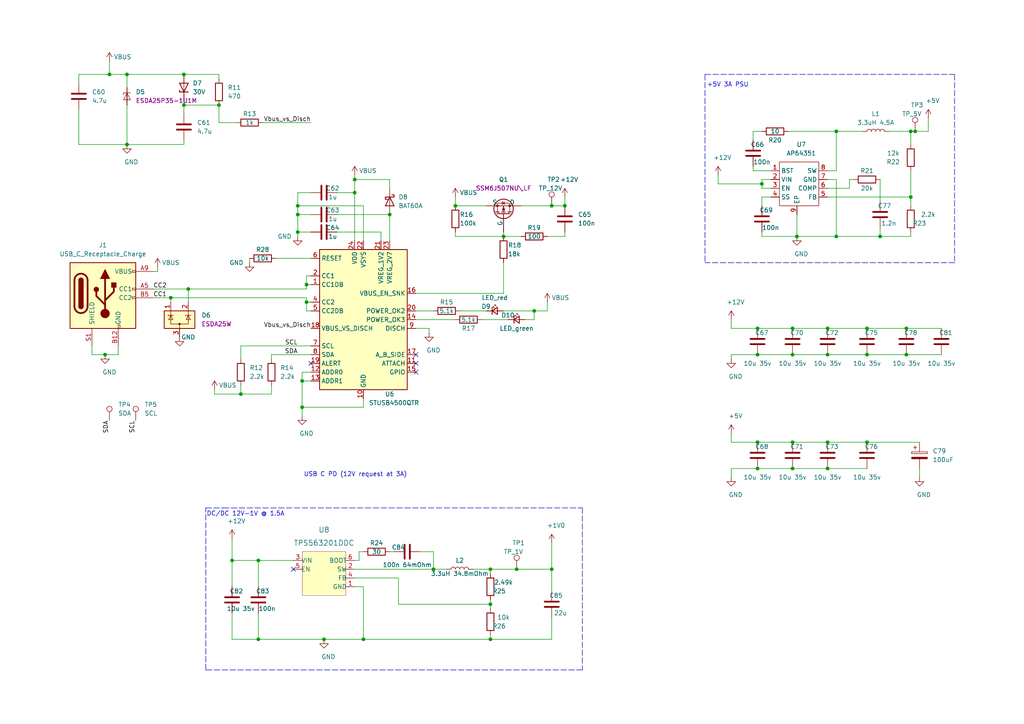
<source format=kicad_sch>
(kicad_sch (version 20211123) (generator eeschema)
  (paper "A4")
  (lib_symbols
    (symbol "CM4_NAS:AP64351"
      (property "Reference" "U" (at 0 8.89 0))
      (property "Value" "AP64351" (at 1.27 6.35 0))
      (symbol "AP64351_1_1"
        (pin passive line (at -7.62 2.54 0) (length 2.54) (name "BST") (number "1"))
        (pin power_in line (at -7.62 0 0) (length 2.54) (name "VIN") (number "2"))
        (pin input line (at -7.62 -2.54 0) (length 2.54) (name "EN") (number "3"))
        (pin input line (at -7.62 -5.08 0) (length 2.54) (name "SS") (number "4"))
        (pin input line (at 8.89 -5.08 180) (length 2.54) (name "FB") (number "5"))
        (pin input line (at 8.89 -2.54 180) (length 2.54) (name "COMP") (number "6"))
        (pin power_in line (at 8.89 0 180) (length 2.54) (name "GND") (number "7"))
        (pin output line (at 8.89 2.54 180) (length 2.54) (name "SW") (number "8"))
        (pin passive line (at 0 -10.16 90) (length 2.54) (name "EP") (number "9"))
      )
    )
    (symbol "CM4_NAS:ESDA25P35" (pin_numbers hide) (pin_names hide)
      (property "Reference" "D" (at 0 2.54 0))
      (property "MPN" "ESDA25P35" (at 0 -2.54 0))
      (symbol "ESDA25P35_1_1"
        (pin passive line (at -2.54 0 0) (length 2.54) (name "K1") (number "1"))
        (pin passive line (at 2.54 0 180) (length 2.54) (name "A") (number "2"))
      )
    )
    (symbol "CM4_NAS:ESDA25W" (pin_names hide)
      (property "Reference" "D" (at 5.715 2.54 0))
      (property "MPN" "ESDA25W" (at 10.16 0 0))
      (symbol "ESDA25W_0_0"
        (pin passive line (at 0 -5.08 90) (length 2.54) (name "A") (number "3"))
      )
      (symbol "ESDA25W_1_1"
        (pin passive line (at -2.54 5.08 270) (length 2.54) (name "K") (number "1"))
        (pin passive line (at 2.54 5.08 270) (length 2.54) (name "K") (number "2"))
      )
    )
    (symbol "CM4_NAS:SSM6J507NU" (pin_numbers hide) (pin_names (offset 0))
      (property "Reference" "Q" (at 5.08 1.27 0))
      (property "MPN" "SSM6J507NU" (at 11.43 -1.27 0))
      (symbol "SSM6J507NU_0_0"
        (pin passive line (at 2.54 5.08 270) (length 5.08) hide (name "D") (number "1"))
        (pin passive line (at 2.54 5.08 270) (length 5.08) hide (name "D") (number "2"))
        (pin passive line (at 2.54 5.08 270) (length 5.08) hide (name "D") (number "6"))
        (pin passive line (at 2.54 5.08 270) (length 5.08) (name "D") (number "D"))
        (pin passive line (at 2.54 -5.08 90) (length 5.08) (name "S") (number "S"))
      )
      (symbol "SSM6J507NU_1_1"
        (pin input line (at -5.08 0 0) (length 5.08) (name "G") (number "3"))
        (pin passive line (at 2.54 -5.08 90) (length 2.54) hide (name "S") (number "4"))
        (pin passive line (at 2.54 5.08 270) (length 2.54) hide (name "D") (number "5"))
      )
    )
    (symbol "CM4_NAS:TPS563201DDC" (pin_names (offset -0.254))
      (property "Reference" "U" (at -1.27 10.16 0))
      (property "Value" "TPS563201DDC" (at 0 7.62 0))
      (symbol "TPS563201DDC_1_1"
        (pin power_in line (at 8.89 -3.81 180) (length 2.54) (name "GND") (number "1"))
        (pin power_in line (at 8.89 1.27 180) (length 2.54) (name "SW") (number "2"))
        (pin power_in line (at -8.89 3.81 0) (length 2.54) (name "VIN") (number "3"))
        (pin input line (at 8.89 -1.27 180) (length 2.54) (name "FB") (number "4"))
        (pin input line (at -8.89 1.27 0) (length 2.54) (name "EN") (number "5"))
        (pin power_in line (at 8.89 3.81 180) (length 2.54) (name "BOOT") (number "6"))
      )
    )
    (symbol "CM4_NAS:USB_C_Receptacle_Charge" (pin_names (offset 1.016))
      (property "Reference" "J?" (at -0.3175 13.97 0))
      (property "Value" "USB_C_Receptacle_Charge" (at -0.3175 11.43 0))
      (symbol "USB_C_Receptacle_Charge_1_1"
        (pin passive line (at 3.81 -15.24 90) (length 5.08) hide (name "GND") (number "A12"))
        (pin bidirectional line (at 13.97 1.27 180) (length 5.08) (name "CC1") (number "A5"))
        (pin passive line (at 13.97 6.35 180) (length 5.08) (name "VBUS") (number "A9"))
        (pin passive line (at 3.81 -15.24 90) (length 5.08) (name "GND") (number "B12"))
        (pin bidirectional line (at 13.97 -1.27 180) (length 5.08) (name "CC2") (number "B5"))
        (pin passive line (at 13.97 6.35 180) (length 5.08) hide (name "VBUS") (number "B9"))
        (pin passive line (at -3.81 -15.24 90) (length 5.08) (name "SHIELD") (number "S1"))
        (pin passive line (at -3.81 -15.24 90) (length 5.08) hide (name "SHIELD") (number "S2"))
        (pin passive line (at -3.81 -15.24 90) (length 5.08) hide (name "SHIELD") (number "S3"))
        (pin passive line (at -3.81 -15.24 90) (length 5.08) hide (name "SHIELD") (number "S4"))
      )
    )
    (symbol "Connector:TestPoint" (pin_numbers hide) (pin_names (offset 0.762) hide)
      (property "Reference" "TP" (at 0 6.858 0))
      (property "Value" "TestPoint" (at 0 5.08 0))
      (symbol "TestPoint_1_1"
        (pin passive line (at 0 0 90) (length 2.54) (name "1") (number "1"))
      )
    )
    (symbol "Device:C" (pin_numbers hide) (pin_names (offset 0.254))
      (property "Reference" "C" (at 0.635 2.54 0))
      (property "Value" "C" (at 0.635 -2.54 0))
      (symbol "C_1_1"
        (pin passive line (at 0 3.81 270) (length 2.794) (name "~") (number "1"))
        (pin passive line (at 0 -3.81 90) (length 2.794) (name "~") (number "2"))
      )
    )
    (symbol "Device:C_Polarized" (pin_numbers hide) (pin_names (offset 0.254))
      (property "Reference" "C" (at 0.635 2.54 0))
      (property "Value" "C_Polarized" (at 0.635 -2.54 0))
      (symbol "C_Polarized_1_1"
        (pin passive line (at 0 3.81 270) (length 2.794) (name "~") (number "1"))
        (pin passive line (at 0 -3.81 90) (length 2.794) (name "~") (number "2"))
      )
    )
    (symbol "Device:D_Zener" (pin_numbers hide) (pin_names (offset 1.016) hide)
      (property "Reference" "D" (at 0 2.54 0))
      (property "Value" "D_Zener" (at 0 -2.54 0))
      (symbol "D_Zener_1_1"
        (pin passive line (at -3.81 0 0) (length 2.54) (name "K") (number "1"))
        (pin passive line (at 3.81 0 180) (length 2.54) (name "A") (number "2"))
      )
    )
    (symbol "Device:L" (pin_numbers hide) (pin_names (offset 1.016) hide)
      (property "Reference" "L" (at -1.27 0 90))
      (property "Value" "L" (at 1.905 0 90))
      (symbol "L_1_1"
        (pin passive line (at 0 3.81 270) (length 1.27) (name "1") (number "1"))
        (pin passive line (at 0 -3.81 90) (length 1.27) (name "2") (number "2"))
      )
    )
    (symbol "Device:LED_Small" (pin_numbers hide) (pin_names (offset 0.254) hide)
      (property "Reference" "D" (at -1.27 3.175 0))
      (property "Value" "LED_Small" (at -4.445 -2.54 0))
      (symbol "LED_Small_1_1"
        (pin passive line (at -2.54 0 0) (length 1.778) (name "K") (number "1"))
        (pin passive line (at 2.54 0 180) (length 1.778) (name "A") (number "2"))
      )
    )
    (symbol "Device:R" (pin_numbers hide) (pin_names (offset 0))
      (property "Reference" "R" (at 2.032 0 90))
      (property "Value" "R" (at 0 0 90))
      (symbol "R_1_1"
        (pin passive line (at 0 3.81 270) (length 1.27) (name "~") (number "1"))
        (pin passive line (at 0 -3.81 90) (length 1.27) (name "~") (number "2"))
      )
    )
    (symbol "Diode:BAT60A" (pin_numbers hide) (pin_names (offset 1.016) hide)
      (property "Reference" "D" (at 0 2.54 0))
      (property "Value" "BAT60A" (at 0 -2.54 0))
      (symbol "BAT60A_1_1"
        (pin passive line (at -3.81 0 0) (length 2.54) (name "K") (number "1"))
        (pin passive line (at 3.81 0 180) (length 2.54) (name "A") (number "2"))
      )
    )
    (symbol "Interface_USB:STUSB4500QTR"
      (property "Reference" "U" (at -12.7 21.59 0))
      (property "Value" "STUSB4500QTR" (at 8.89 -21.59 0))
      (symbol "STUSB4500QTR_1_1"
        (pin bidirectional line (at -15.24 10.16 0) (length 2.54) (name "CC1DB") (number "1"))
        (pin power_in line (at 0 -22.86 90) (length 2.54) (name "GND") (number "10"))
        (pin open_collector line (at 15.24 -12.7 180) (length 2.54) (name "ATTACH") (number "11"))
        (pin input line (at -15.24 -15.24 0) (length 2.54) (name "ADDR0") (number "12"))
        (pin input line (at -15.24 -17.78 0) (length 2.54) (name "ADDR1") (number "13"))
        (pin open_collector line (at 15.24 0 180) (length 2.54) (name "POWER_OK3") (number "14"))
        (pin open_collector line (at 15.24 -15.24 180) (length 2.54) (name "GPIO") (number "15"))
        (pin open_collector line (at 15.24 7.62 180) (length 2.54) (name "VBUS_EN_SNK") (number "16"))
        (pin open_collector line (at 15.24 -10.16 180) (length 2.54) (name "A_B_SIDE") (number "17"))
        (pin input line (at -15.24 -2.54 0) (length 2.54) (name "VBUS_VS_DISCH") (number "18"))
        (pin open_collector line (at -15.24 -12.7 0) (length 2.54) (name "ALERT") (number "19"))
        (pin bidirectional line (at -15.24 12.7 0) (length 2.54) (name "CC1") (number "2"))
        (pin open_collector line (at 15.24 2.54 180) (length 2.54) (name "POWER_OK2") (number "20"))
        (pin power_out line (at 5.08 22.86 270) (length 2.54) (name "VREG_1V2") (number "21"))
        (pin power_in line (at 0 22.86 270) (length 2.54) (name "VSYS") (number "22"))
        (pin power_out line (at 7.62 22.86 270) (length 2.54) (name "VREG_2V7") (number "23"))
        (pin power_in line (at -2.54 22.86 270) (length 2.54) (name "VDD") (number "24"))
        (pin passive line (at 0 -22.86 90) (length 2.54) hide (name "GND") (number "25"))
        (pin no_connect line (at -12.7 15.24 0) (length 2.54) hide (name "NC") (number "3"))
        (pin bidirectional line (at -15.24 5.08 0) (length 2.54) (name "CC2") (number "4"))
        (pin bidirectional line (at -15.24 2.54 0) (length 2.54) (name "CC2DB") (number "5"))
        (pin input line (at -15.24 17.78 0) (length 2.54) (name "RESET") (number "6"))
        (pin input line (at -15.24 -7.62 0) (length 2.54) (name "SCL") (number "7"))
        (pin bidirectional line (at -15.24 -10.16 0) (length 2.54) (name "SDA") (number "8"))
        (pin bidirectional line (at 15.24 -2.54 180) (length 2.54) (name "DISCH") (number "9"))
      )
    )
    (symbol "power:+12V" (power) (pin_names (offset 0))
      (property "Value" "+12V" (at 0 3.556 0))
      (symbol "+12V_1_1"
        (pin power_in line (at 0 0 90) (length 0) hide (name "+12V") (number "1"))
      )
    )
    (symbol "power:+1V0" (power) (pin_names (offset 0))
      (property "Value" "+1V0" (at 0 3.556 0))
      (symbol "+1V0_1_1"
        (pin power_in line (at 0 0 90) (length 0) hide (name "+1V0") (number "1"))
      )
    )
    (symbol "power:+5V" (power) (pin_names (offset 0))
      (property "Value" "+5V" (at 0 3.556 0))
      (symbol "+5V_1_1"
        (pin power_in line (at 0 0 90) (length 0) hide (name "+5V") (number "1"))
      )
    )
    (symbol "power:GND" (power) (pin_names (offset 0))
      (property "Value" "GND" (at 0 -3.81 0))
      (symbol "GND_1_1"
        (pin power_in line (at 0 0 270) (length 0) hide (name "GND") (number "1"))
      )
    )
    (symbol "power:VBUS" (power) (pin_names (offset 0))
      (property "Value" "VBUS" (at 0 3.81 0))
      (symbol "VBUS_1_1"
        (pin power_in line (at 0 0 90) (length 0) hide (name "VBUS") (number "1"))
      )
    )
  )
  (junction (at 242.57 38.1) (diameter 0.9144))
  (junction (at 142.24 175.26) (diameter 0.9144))
  (junction (at 69.85 114.3) (diameter 0.9144))
  (junction (at 88.9 82.55) (diameter 0.9144))
  (junction (at 102.87 55.88) (diameter 0.9144))
  (junction (at 142.24 165.1) (diameter 0.9144))
  (junction (at 105.41 185.42) (diameter 0.9144))
  (junction (at 264.16 57.15) (diameter 0.9144))
  (junction (at 146.05 68.58) (diameter 0.9144))
  (junction (at 125.73 165.1) (diameter 0.9144))
  (junction (at 219.71 95.25) (diameter 0.9144))
  (junction (at 86.36 62.23) (diameter 0.9144))
  (junction (at 74.93 162.56) (diameter 0.9144))
  (junction (at 86.36 67.31) (diameter 0.9144))
  (junction (at 142.24 185.42) (diameter 0.9144))
  (junction (at 240.03 95.25) (diameter 0.9144))
  (junction (at 30.48 102.87) (diameter 0.9144))
  (junction (at 53.34 21.59) (diameter 0.9144))
  (junction (at 113.03 62.23) (diameter 0.9144))
  (junction (at 31.75 21.59) (diameter 0.9144))
  (junction (at 240.03 135.89) (diameter 0.9144))
  (junction (at 251.46 102.87) (diameter 0.9144))
  (junction (at 229.87 95.25) (diameter 0.9144))
  (junction (at 102.87 52.07) (diameter 0.9144))
  (junction (at 74.93 185.42) (diameter 0.9144))
  (junction (at 251.46 128.27) (diameter 0.9144))
  (junction (at 163.83 59.69) (diameter 0.9144))
  (junction (at 49.53 86.36) (diameter 0.9144))
  (junction (at 154.94 90.17) (diameter 0.9144))
  (junction (at 251.46 95.25) (diameter 0.9144))
  (junction (at 229.87 128.27) (diameter 0.9144))
  (junction (at 86.36 59.69) (diameter 0.9144))
  (junction (at 262.89 95.25) (diameter 0.9144))
  (junction (at 220.98 53.34) (diameter 0.9144))
  (junction (at 87.63 118.11) (diameter 0.9144))
  (junction (at 36.83 41.91) (diameter 0.9144))
  (junction (at 240.03 128.27) (diameter 0.9144))
  (junction (at 264.16 38.1) (diameter 0.9144))
  (junction (at 219.71 135.89) (diameter 0.9144))
  (junction (at 87.63 110.49) (diameter 0.9144))
  (junction (at 219.71 128.27) (diameter 0.9144))
  (junction (at 219.71 102.87) (diameter 0.9144))
  (junction (at 93.98 185.42) (diameter 0.9144))
  (junction (at 255.27 68.58) (diameter 0.9144))
  (junction (at 242.57 68.58) (diameter 0.9144))
  (junction (at 53.34 30.48) (diameter 0.9144))
  (junction (at 160.02 59.69))
  (junction (at 229.87 135.89) (diameter 0.9144))
  (junction (at 149.86 165.1))
  (junction (at 265.43 38.1))
  (junction (at 63.5 30.48) (diameter 0.9144))
  (junction (at 88.9 87.63) (diameter 0.9144))
  (junction (at 240.03 102.87) (diameter 0.9144))
  (junction (at 229.87 102.87) (diameter 0.9144))
  (junction (at 231.14 68.58) (diameter 0.9144))
  (junction (at 132.08 59.69) (diameter 0.9144))
  (junction (at 160.02 165.1) (diameter 0.9144))
  (junction (at 67.31 162.56) (diameter 0.9144))
  (junction (at 36.83 21.59) (diameter 0.9144))
  (junction (at 262.89 102.87) (diameter 0.9144))
  (junction (at 54.61 83.82) (diameter 0.9144))
  (no_connect (at 120.65 102.87))
  (no_connect (at 85.09 165.1))
  (no_connect (at 120.65 105.41))
  (no_connect (at 120.65 107.95))
  (no_connect (at 90.17 105.41))
  (wire (pts (xy 142.24 173.99) (xy 142.24 175.26)))
  (wire (pts (xy 142.24 175.26) (xy 142.24 176.53)))
  (wire (pts (xy 120.65 90.17) (xy 125.73 90.17)))
  (wire (pts (xy 139.7 92.71) (xy 147.32 92.71)))
  (wire (pts (xy 242.57 68.58) (xy 231.14 68.58)))
  (wire (pts (xy 113.03 160.02) (xy 114.3 160.02)))
  (wire (pts (xy 229.87 128.27) (xy 240.03 128.27)))
  (wire (pts (xy 219.71 128.27) (xy 229.87 128.27)))
  (wire (pts (xy 87.63 110.49) (xy 87.63 107.95)))
  (wire (pts (xy 264.16 67.31) (xy 264.16 68.58)))
  (wire (pts (xy 26.67 102.87) (xy 30.48 102.87)))
  (wire (pts (xy 86.36 67.31) (xy 86.36 62.23)))
  (wire (pts (xy 63.5 35.56) (xy 63.5 30.48)))
  (wire (pts (xy 88.9 83.82) (xy 88.9 82.55)))
  (wire (pts (xy 44.45 78.74) (xy 45.72 78.74)))
  (wire (pts (xy 262.89 95.25) (xy 273.05 95.25)))
  (wire (pts (xy 78.74 114.3) (xy 69.85 114.3)))
  (wire (pts (xy 78.74 102.87) (xy 90.17 102.87)))
  (wire (pts (xy 212.09 95.25) (xy 219.71 95.25)))
  (wire (pts (xy 88.9 90.17) (xy 88.9 87.63)))
  (wire (pts (xy 102.87 165.1) (xy 125.73 165.1)))
  (wire (pts (xy 125.73 165.1) (xy 129.54 165.1)))
  (wire (pts (xy 219.71 102.87) (xy 212.09 102.87)))
  (wire (pts (xy 242.57 68.58) (xy 255.27 68.58)))
  (wire (pts (xy 251.46 128.27) (xy 266.7 128.27)))
  (wire (pts (xy 133.35 90.17) (xy 140.97 90.17)))
  (wire (pts (xy 53.34 29.21) (xy 53.34 30.48)))
  (wire (pts (xy 49.53 86.36) (xy 88.9 86.36)))
  (wire (pts (xy 146.05 68.58) (xy 151.13 68.58)))
  (wire (pts (xy 63.5 21.59) (xy 63.5 22.86)))
  (wire (pts (xy 22.86 31.75) (xy 22.86 41.91)))
  (polyline (pts (xy 276.86 76.2) (xy 204.47 76.2)) (stroke (width 0) (type dash)))
  (wire (pts (xy 251.46 95.25) (xy 262.89 95.25)))
  (wire (pts (xy 102.87 55.88) (xy 102.87 69.85)))
  (wire (pts (xy 242.57 38.1) (xy 250.19 38.1)))
  (wire (pts (xy 22.86 24.13) (xy 22.86 21.59)))
  (wire (pts (xy 269.24 34.29) (xy 269.24 38.1)))
  (wire (pts (xy 240.03 135.89) (xy 251.46 135.89)))
  (wire (pts (xy 212.09 125.73) (xy 212.09 128.27)))
  (wire (pts (xy 219.71 135.89) (xy 212.09 135.89)))
  (wire (pts (xy 240.03 102.87) (xy 229.87 102.87)))
  (wire (pts (xy 88.9 86.36) (xy 88.9 87.63)))
  (wire (pts (xy 62.23 114.3) (xy 69.85 114.3)))
  (wire (pts (xy 163.83 68.58) (xy 163.83 67.31)))
  (wire (pts (xy 132.08 67.31) (xy 132.08 68.58)))
  (wire (pts (xy 102.87 52.07) (xy 102.87 55.88)))
  (wire (pts (xy 74.93 162.56) (xy 85.09 162.56)))
  (polyline (pts (xy 204.47 21.59) (xy 276.86 21.59)) (stroke (width 0) (type dash)))
  (wire (pts (xy 102.87 167.64) (xy 115.57 167.64)))
  (wire (pts (xy 115.57 167.64) (xy 115.57 175.26)))
  (wire (pts (xy 115.57 175.26) (xy 142.24 175.26)))
  (wire (pts (xy 110.49 67.31) (xy 97.79 67.31)))
  (wire (pts (xy 120.65 85.09) (xy 146.05 85.09)))
  (wire (pts (xy 36.83 30.48) (xy 36.83 41.91)))
  (wire (pts (xy 121.92 160.02) (xy 125.73 160.02)))
  (wire (pts (xy 125.73 160.02) (xy 125.73 165.1)))
  (wire (pts (xy 218.44 40.64) (xy 218.44 38.1)))
  (wire (pts (xy 255.27 66.04) (xy 255.27 68.58)))
  (wire (pts (xy 240.03 95.25) (xy 251.46 95.25)))
  (polyline (pts (xy 204.47 21.59) (xy 204.47 76.2)) (stroke (width 0) (type dash)))
  (wire (pts (xy 30.48 102.87) (xy 34.29 102.87)))
  (wire (pts (xy 154.94 90.17) (xy 154.94 92.71)))
  (wire (pts (xy 87.63 118.11) (xy 105.41 118.11)))
  (wire (pts (xy 212.09 92.71) (xy 212.09 95.25)))
  (wire (pts (xy 273.05 102.87) (xy 262.89 102.87)))
  (wire (pts (xy 34.29 102.87) (xy 34.29 100.33)))
  (wire (pts (xy 88.9 80.01) (xy 88.9 82.55)))
  (wire (pts (xy 218.44 49.53) (xy 218.44 48.26)))
  (wire (pts (xy 67.31 177.8) (xy 67.31 185.42)))
  (wire (pts (xy 67.31 185.42) (xy 74.93 185.42)))
  (wire (pts (xy 74.93 185.42) (xy 93.98 185.42)))
  (wire (pts (xy 229.87 95.25) (xy 240.03 95.25)))
  (wire (pts (xy 86.36 59.69) (xy 105.41 59.69)))
  (wire (pts (xy 220.98 67.31) (xy 220.98 68.58)))
  (wire (pts (xy 208.28 53.34) (xy 220.98 53.34)))
  (wire (pts (xy 67.31 162.56) (xy 74.93 162.56)))
  (wire (pts (xy 67.31 170.18) (xy 67.31 162.56)))
  (wire (pts (xy 223.52 54.61) (xy 220.98 54.61)))
  (wire (pts (xy 53.34 40.64) (xy 53.34 41.91)))
  (wire (pts (xy 212.09 102.87) (xy 212.09 104.14)))
  (wire (pts (xy 220.98 52.07) (xy 223.52 52.07)))
  (wire (pts (xy 158.75 87.63) (xy 158.75 90.17)))
  (wire (pts (xy 69.85 114.3) (xy 69.85 111.76)))
  (wire (pts (xy 53.34 41.91) (xy 36.83 41.91)))
  (wire (pts (xy 142.24 165.1) (xy 149.86 165.1)))
  (wire (pts (xy 160.02 165.1) (xy 160.02 171.45)))
  (wire (pts (xy 154.94 92.71) (xy 152.4 92.71)))
  (wire (pts (xy 74.93 162.56) (xy 74.93 170.18)))
  (wire (pts (xy 158.75 68.58) (xy 163.83 68.58)))
  (wire (pts (xy 90.17 90.17) (xy 88.9 90.17)))
  (wire (pts (xy 229.87 102.87) (xy 219.71 102.87)))
  (wire (pts (xy 53.34 30.48) (xy 63.5 30.48)))
  (wire (pts (xy 44.45 86.36) (xy 49.53 86.36)))
  (wire (pts (xy 49.53 86.36) (xy 49.53 87.63)))
  (wire (pts (xy 265.43 38.1) (xy 264.16 38.1)))
  (wire (pts (xy 240.03 57.15) (xy 264.16 57.15)))
  (wire (pts (xy 54.61 83.82) (xy 54.61 87.63)))
  (wire (pts (xy 212.09 135.89) (xy 212.09 138.43)))
  (wire (pts (xy 78.74 104.14) (xy 78.74 102.87)))
  (wire (pts (xy 132.08 68.58) (xy 146.05 68.58)))
  (wire (pts (xy 90.17 110.49) (xy 87.63 110.49)))
  (wire (pts (xy 229.87 135.89) (xy 240.03 135.89)))
  (wire (pts (xy 124.46 95.25) (xy 124.46 96.52)))
  (wire (pts (xy 149.86 165.1) (xy 160.02 165.1)))
  (wire (pts (xy 68.58 35.56) (xy 63.5 35.56)))
  (wire (pts (xy 62.23 113.03) (xy 62.23 114.3)))
  (polyline (pts (xy 276.86 21.59) (xy 276.86 76.2)) (stroke (width 0) (type dash)))
  (wire (pts (xy 22.86 41.91) (xy 36.83 41.91)))
  (wire (pts (xy 120.65 95.25) (xy 124.46 95.25)))
  (wire (pts (xy 262.89 102.87) (xy 251.46 102.87)))
  (wire (pts (xy 31.75 21.59) (xy 31.75 17.78)))
  (wire (pts (xy 80.01 74.93) (xy 90.17 74.93)))
  (wire (pts (xy 36.83 21.59) (xy 31.75 21.59)))
  (wire (pts (xy 76.2 35.56) (xy 90.17 35.56)))
  (wire (pts (xy 86.36 62.23) (xy 90.17 62.23)))
  (wire (pts (xy 105.41 170.18) (xy 102.87 170.18)))
  (wire (pts (xy 105.41 185.42) (xy 105.41 170.18)))
  (wire (pts (xy 142.24 184.15) (xy 142.24 185.42)))
  (wire (pts (xy 142.24 185.42) (xy 105.41 185.42)))
  (wire (pts (xy 242.57 49.53) (xy 240.03 49.53)))
  (wire (pts (xy 146.05 67.31) (xy 146.05 68.58)))
  (wire (pts (xy 264.16 38.1) (xy 264.16 41.91)))
  (polyline (pts (xy 59.69 147.32) (xy 64.77 147.32)) (stroke (width 0) (type dash)))
  (polyline (pts (xy 59.69 194.31) (xy 59.69 147.32)) (stroke (width 0) (type dash)))
  (polyline (pts (xy 64.77 147.32) (xy 168.91 147.32)) (stroke (width 0) (type dash)))
  (polyline (pts (xy 168.91 147.32) (xy 168.91 194.31)) (stroke (width 0) (type dash)))
  (polyline (pts (xy 168.91 194.31) (xy 59.69 194.31)) (stroke (width 0) (type dash)))
  (wire (pts (xy 36.83 21.59) (xy 53.34 21.59)))
  (wire (pts (xy 53.34 21.59) (xy 63.5 21.59)))
  (wire (pts (xy 87.63 110.49) (xy 87.63 118.11)))
  (wire (pts (xy 88.9 80.01) (xy 90.17 80.01)))
  (wire (pts (xy 69.85 100.33) (xy 69.85 104.14)))
  (wire (pts (xy 257.81 38.1) (xy 264.16 38.1)))
  (wire (pts (xy 110.49 69.85) (xy 110.49 67.31)))
  (wire (pts (xy 151.13 59.69) (xy 160.02 59.69)))
  (wire (pts (xy 86.36 67.31) (xy 90.17 67.31)))
  (wire (pts (xy 212.09 128.27) (xy 219.71 128.27)))
  (wire (pts (xy 142.24 165.1) (xy 142.24 166.37)))
  (wire (pts (xy 86.36 68.58) (xy 86.36 67.31)))
  (wire (pts (xy 22.86 21.59) (xy 31.75 21.59)))
  (wire (pts (xy 102.87 52.07) (xy 113.03 52.07)))
  (wire (pts (xy 220.98 57.15) (xy 223.52 57.15)))
  (wire (pts (xy 163.83 57.15) (xy 163.83 59.69)))
  (wire (pts (xy 86.36 59.69) (xy 86.36 55.88)))
  (wire (pts (xy 264.16 68.58) (xy 255.27 68.58)))
  (wire (pts (xy 264.16 49.53) (xy 264.16 57.15)))
  (wire (pts (xy 88.9 87.63) (xy 90.17 87.63)))
  (wire (pts (xy 219.71 95.25) (xy 229.87 95.25)))
  (wire (pts (xy 266.7 135.89) (xy 266.7 138.43)))
  (wire (pts (xy 78.74 111.76) (xy 78.74 114.3)))
  (wire (pts (xy 231.14 68.58) (xy 231.14 62.23)))
  (wire (pts (xy 223.52 49.53) (xy 218.44 49.53)))
  (wire (pts (xy 132.08 57.15) (xy 132.08 59.69)))
  (wire (pts (xy 45.72 78.74) (xy 45.72 77.47)))
  (wire (pts (xy 54.61 83.82) (xy 88.9 83.82)))
  (wire (pts (xy 86.36 62.23) (xy 86.36 59.69)))
  (wire (pts (xy 220.98 59.69) (xy 220.98 57.15)))
  (wire (pts (xy 93.98 185.42) (xy 105.41 185.42)))
  (wire (pts (xy 102.87 162.56) (xy 104.14 162.56)))
  (wire (pts (xy 104.14 160.02) (xy 105.41 160.02)))
  (wire (pts (xy 104.14 162.56) (xy 104.14 160.02)))
  (wire (pts (xy 67.31 156.21) (xy 67.31 162.56)))
  (wire (pts (xy 142.24 185.42) (xy 160.02 185.42)))
  (wire (pts (xy 160.02 185.42) (xy 160.02 179.07)))
  (wire (pts (xy 220.98 54.61) (xy 220.98 53.34)))
  (wire (pts (xy 44.45 83.82) (xy 54.61 83.82)))
  (wire (pts (xy 90.17 82.55) (xy 88.9 82.55)))
  (wire (pts (xy 146.05 90.17) (xy 154.94 90.17)))
  (wire (pts (xy 220.98 68.58) (xy 231.14 68.58)))
  (wire (pts (xy 219.71 135.89) (xy 229.87 135.89)))
  (wire (pts (xy 72.39 74.93) (xy 72.39 76.2)))
  (wire (pts (xy 160.02 157.48) (xy 160.02 165.1)))
  (wire (pts (xy 158.75 90.17) (xy 154.94 90.17)))
  (wire (pts (xy 142.24 165.1) (xy 137.16 165.1)))
  (wire (pts (xy 160.02 59.69) (xy 163.83 59.69)))
  (wire (pts (xy 218.44 38.1) (xy 220.98 38.1)))
  (wire (pts (xy 240.03 54.61) (xy 246.38 54.61)))
  (wire (pts (xy 220.98 53.34) (xy 220.98 52.07)))
  (wire (pts (xy 208.28 50.8) (xy 208.28 53.34)))
  (wire (pts (xy 90.17 100.33) (xy 69.85 100.33)))
  (wire (pts (xy 146.05 85.09) (xy 146.05 76.2)))
  (wire (pts (xy 97.79 62.23) (xy 113.03 62.23)))
  (wire (pts (xy 120.65 92.71) (xy 132.08 92.71)))
  (wire (pts (xy 113.03 54.61) (xy 113.03 52.07)))
  (wire (pts (xy 97.79 55.88) (xy 102.87 55.88)))
  (wire (pts (xy 228.6 38.1) (xy 242.57 38.1)))
  (wire (pts (xy 242.57 38.1) (xy 242.57 49.53)))
  (wire (pts (xy 242.57 52.07) (xy 242.57 68.58)))
  (wire (pts (xy 53.34 30.48) (xy 53.34 33.02)))
  (wire (pts (xy 269.24 38.1) (xy 265.43 38.1)))
  (wire (pts (xy 255.27 52.07) (xy 255.27 58.42)))
  (wire (pts (xy 246.38 54.61) (xy 246.38 52.07)))
  (wire (pts (xy 240.03 128.27) (xy 251.46 128.27)))
  (wire (pts (xy 105.41 115.57) (xy 105.41 118.11)))
  (wire (pts (xy 87.63 107.95) (xy 90.17 107.95)))
  (wire (pts (xy 26.67 100.33) (xy 26.67 102.87)))
  (wire (pts (xy 36.83 25.4) (xy 36.83 21.59)))
  (wire (pts (xy 87.63 118.11) (xy 87.63 120.65)))
  (wire (pts (xy 86.36 55.88) (xy 90.17 55.88)))
  (wire (pts (xy 264.16 57.15) (xy 264.16 59.69)))
  (wire (pts (xy 246.38 52.07) (xy 247.65 52.07)))
  (wire (pts (xy 113.03 62.23) (xy 113.03 69.85)))
  (wire (pts (xy 102.87 50.8) (xy 102.87 52.07)))
  (wire (pts (xy 251.46 102.87) (xy 240.03 102.87)))
  (wire (pts (xy 240.03 52.07) (xy 242.57 52.07)))
  (wire (pts (xy 74.93 177.8) (xy 74.93 185.42)))
  (wire (pts (xy 105.41 69.85) (xy 105.41 59.69)))
  (wire (pts (xy 132.08 59.69) (xy 140.97 59.69)))
  (text "USB C PD (12V request at 3A)\n" (at 118.11 138.43 180) (effects (font (size 1.27 1.27)) (justify right bottom)))
  (text "DC/DC 12V-1V @ 1.5A" (at 82.55 149.86 180) (effects (font (size 1.27 1.27)) (justify right bottom)))
  (text "+5V 3A PSU" (at 217.17 25.4 180) (effects (font (size 1.27 1.27)) (justify right bottom)))
  (label "SDA" (at 86.36 102.87 180))
  (label "Vbus_vs_Disch" (at 90.17 95.25 180))
  (label "SCL" (at 86.36 100.33 180))
  (label "SDA" (at 31.75 121.92 270))
  (label "Vbus_vs_Disch" (at 90.17 35.56 180))
  (label "SCL" (at 39.37 121.92 270))
  (label "CC1" (at 44.45 86.36 0))
  (label "CC2" (at 44.45 83.82 0))
  (symbol (lib_id "Device:R") (at 78.74 107.95 0) (unit 1)
    (property "Reference" "R14" (at 81.28 106.68 0) (effects (justify left)))
    (property "Value" "2.2k" (at 81.28 109.22 0) (effects (justify left)))
    (property "Footprint" "Resistor_SMD:R_0402_1005Metric" (effects hide))
    (property "MFR" "Yageo" (effects hide))
    (property "MPN" "RC0402FR-132K2L" (effects hide))
  )
  (symbol (lib_id "power:GND") (at 231.14 68.58 0) (unit 1)
    (property "Reference" "#PWR0156" (effects hide))
    (property "Value" "GND" (at 232.41 73.66 0))
  )
  (symbol (lib_id "power:GND") (at 124.46 96.52 0) (unit 1)
    (property "Reference" "#PWR0146" (effects hide))
    (property "Value" "GND" (at 125.73 101.6 0))
  )
  (symbol (lib_id "Device:R") (at 132.08 63.5 0) (unit 1)
    (property "Reference" "R16" (at 133.35 62.23 0) (effects (justify left)))
    (property "Value" "100k" (at 133.35 64.77 0) (effects (justify left)))
    (property "Footprint" "Resistor_SMD:R_0402_1005Metric" (effects hide))
    (property "MFR" "Bourns" (effects hide))
    (property "MPN" "CR0402-FX-1003GLF" (effects hide))
  )
  (symbol (lib_id "Interface_USB:STUSB4500QTR") (at 105.41 92.71 0) (unit 1)
    (property "Reference" "U6" (at 113.03 114.3 0))
    (property "Value" "STUSB4500QTR" (at 114.3 116.84 0))
    (property "Footprint" "Package_DFN_QFN:QFN-24-1EP_4x4mm_P0.5mm_EP2.7x2.7mm" (effects hide))
    (property "Datasheet" "https://www.st.com/resource/en/datasheet/stusb4500.pdf" (effects hide))
    (property "MFR" "STMicroelectronics " (effects hide))
    (property "MPN" "STUSB4500QTR " (effects hide))
  )
  (symbol (lib_id "power:GND") (at 30.48 102.87 0) (unit 1)
    (property "Reference" "#PWR0149" (effects hide))
    (property "Value" "GND" (at 31.75 107.95 0))
  )
  (symbol (lib_id "power:VBUS") (at 62.23 113.03 0) (unit 1)
    (property "Reference" "#PWR0144" (effects hide))
    (property "Value" "VBUS" (at 66.04 111.76 0))
  )
  (symbol (lib_id "power:VBUS") (at 132.08 57.15 0) (unit 1)
    (property "Reference" "#PWR0153" (effects hide))
    (property "Value" "VBUS" (at 135.89 55.88 0))
  )
  (symbol (lib_id "power:GND") (at 212.09 138.43 0) (unit 1)
    (property "Reference" "#PWR0159" (effects hide))
    (property "Value" "GND" (at 213.36 143.51 0))
  )
  (symbol (lib_id "power:+12V") (at 67.31 156.21 0) (unit 1)
    (property "Reference" "#PWR0177" (effects hide))
    (property "Value" "+12V" (at 68.58 151.13 0))
  )
  (symbol (lib_id "Device:C") (at 53.34 36.83 0) (unit 1)
    (property "Reference" "C61" (at 57.15 35.56 0) (effects (justify left)))
    (property "Value" "4.7u" (at 57.15 38.1 0) (effects (justify left)))
    (property "Footprint" "Capacitor_SMD:C_0603_1608Metric" (effects hide))
    (property "MFR" "Samsung" (effects hide))
    (property "MPN" "CL10A475KO8NNNC" (effects hide))
  )
  (symbol (lib_id "CM4_NAS:SSM6J507NU") (at 146.05 62.23 270) (mirror x) (unit 1)
    (property "Reference" "Q1" (at 146.05 52.07 90))
    (property "Value" "SSM6J507NU" (effects hide))
    (property "Footprint" "CM4+NAS:UDFN6B" (effects hide))
    (property "MPN" "SSM6J507NU\\,LF" (at 146.05 54.61 90))
    (property "MFR" "Toshiba" (effects hide))
  )
  (symbol (lib_id "power:VBUS") (at 45.72 77.47 0) (unit 1)
    (property "Reference" "#PWR0147" (effects hide))
    (property "Value" "VBUS" (at 49.53 76.2 0))
  )
  (symbol (lib_id "Device:L") (at 254 38.1 90) (unit 1)
    (property "Reference" "L1" (at 254 33.02 90))
    (property "Value" "3.3uH 4.5A" (at 254 35.56 90))
    (property "Footprint" "Inductor_SMD:L_Bourns_SRN6045TA" (effects hide))
    (property "MFR" "Bourns" (effects hide))
    (property "MPN" "SRN6045TA-3R3Y" (effects hide))
  )
  (symbol (lib_id "power:GND") (at 72.39 76.2 0) (unit 1)
    (property "Reference" "#PWR0185" (effects hide))
    (property "Value" "GND" (at 68.58 76.2 0))
  )
  (symbol (lib_id "Device:C") (at 163.83 63.5 0) (unit 1)
    (property "Reference" "C65" (at 167.64 62.23 0) (effects (justify left)))
    (property "Value" "100n" (at 167.64 64.77 0) (effects (justify left)))
    (property "Footprint" "Capacitor_SMD:C_0402_1005Metric" (effects hide))
    (property "MFR" "Murata" (effects hide))
    (property "MPN" "GCM155R71C104KA55D" (effects hide))
  )
  (symbol (lib_id "Device:L") (at 133.35 165.1 90) (unit 1)
    (property "Reference" "L2" (at 133.35 162.56 90))
    (property "Value" "3.3uH 34.8mOhm" (at 133.35 166.37 90))
    (property "Footprint" "Inductor_SMD:L_Coilcraft_XxL4020" (effects hide))
    (property "MFR" "Coilcraft" (effects hide))
    (property "MPN" "XFL4020-332MEC" (effects hide))
  )
  (symbol (lib_id "Diode:BAT60A") (at 113.03 58.42 270) (unit 1)
    (property "Reference" "D8" (at 115.57 57.15 90) (effects (justify left)))
    (property "Value" "BAT60A" (at 115.57 59.69 90) (effects (justify left)))
    (property "Footprint" "Diode_SMD:D_SOD-323" (effects hide))
    (property "Datasheet" "https://www.infineon.com/dgdl/Infineon-BAT60ASERIES-DS-v01_01-en.pdf?fileId=db3a304313d846880113def70c9304a9" (effects hide))
    (property "MFR" "Infineon\\ Technologies" (effects hide))
    (property "MPN" "BAT\\ 60A\\ E6327" (effects hide))
    (property "SPN" "726-BAT60AE6327" (effects hide))
  )
  (symbol (lib_id "Device:C") (at 229.87 99.06 180) (unit 1)
    (property "Reference" "C70" (at 231.14 96.52 0))
    (property "Value" "10u 35v" (at 229.87 105.41 0))
    (property "Footprint" "Capacitor_SMD:C_0805_2012Metric" (effects hide))
    (property "MFR" "TDK" (effects hide))
    (property "MPN" "C2012X5R1V106M085AC" (effects hide))
  )
  (symbol (lib_id "Device:C") (at 251.46 99.06 180) (unit 1)
    (property "Reference" "C75" (at 252.73 96.52 0))
    (property "Value" "10u 35v" (at 251.46 105.41 0))
    (property "Footprint" "Capacitor_SMD:C_0805_2012Metric" (effects hide))
    (property "MFR" "TDK" (effects hide))
    (property "MPN" "C2012X5R1V106M085AC" (effects hide))
  )
  (symbol (lib_id "Device:C") (at 118.11 160.02 270) (unit 1)
    (property "Reference" "C84" (at 115.57 158.75 90))
    (property "Value" "100n 64mOhm" (at 118.11 163.83 90))
    (property "Footprint" "Capacitor_SMD:C_0402_1005Metric" (effects hide))
    (property "MFR" "TDK" (effects hide))
    (property "MPN" "CGA2B3X7R1H104K050BB " (effects hide))
  )
  (symbol (lib_id "Device:C") (at 67.31 173.99 180) (unit 1)
    (property "Reference" "C82" (at 68.58 171.45 0))
    (property "Value" "10u 35v" (at 69.85 176.53 0))
    (property "Footprint" "Capacitor_SMD:C_0603_1608Metric" (effects hide))
    (property "MFR" "TDK" (effects hide))
    (property "MPN" "C2012X5R1V106M085AC" (effects hide))
  )
  (symbol (lib_id "power:GND") (at 87.63 120.65 0) (unit 1)
    (property "Reference" "#PWR0143" (effects hide))
    (property "Value" "GND" (at 88.9 125.73 0))
  )
  (symbol (lib_id "Device:R") (at 69.85 107.95 0) (unit 1)
    (property "Reference" "R12" (at 72.39 106.68 0) (effects (justify left)))
    (property "Value" "2.2k" (at 72.39 109.22 0) (effects (justify left)))
    (property "Footprint" "Resistor_SMD:R_0402_1005Metric" (effects hide))
    (property "MFR" "Yageo" (effects hide))
    (property "MPN" "RC0402FR-132K2L" (effects hide))
  )
  (symbol (lib_id "power:GND") (at 93.98 185.42 0) (unit 1)
    (property "Reference" "#PWR0176" (effects hide))
    (property "Value" "GND" (at 95.25 190.5 0))
  )
  (symbol (lib_id "power:+1V0") (at 160.02 157.48 0) (unit 1)
    (property "Reference" "#PWR0178" (effects hide))
    (property "Value" "+1V0" (at 161.29 152.4 0))
  )
  (symbol (lib_id "power:+12V") (at 208.28 50.8 0) (unit 1)
    (property "Reference" "#PWR0158" (effects hide))
    (property "Value" "+12V" (at 209.55 45.72 0))
  )
  (symbol (lib_id "Connector:TestPoint") (at 265.43 38.1 0) (unit 1)
    (property "Reference" "TP3" (at 264.16 30.48 0) (effects (justify left)))
    (property "Value" "TP_5V" (at 261.62 33.02 0) (effects (justify left)))
    (property "Footprint" "TestPoint:TestPoint_Pad_D1.5mm" (effects hide))
    (property "DNP" "DNP" (effects hide))
  )
  (symbol (lib_id "Device:R") (at 142.24 170.18 180) (unit 1)
    (property "Reference" "R25" (at 144.78 171.45 0))
    (property "Value" "2.49k" (at 146.05 168.91 0))
    (property "Footprint" "Resistor_SMD:R_0402_1005Metric" (effects hide))
    (property "MFR" "Yageo" (effects hide))
    (property "MPN" "RC0402FR-072K49L" (effects hide))
  )
  (symbol (lib_id "CM4_NAS:USB_C_Receptacle_Charge") (at 30.48 85.09 0) (unit 1)
    (property "Reference" "J1" (at 29.845 71.12 0))
    (property "Value" "USB_C_Receptacle_Charge" (at 29.845 73.66 0))
    (property "Footprint" "CM4+NAS:GCT_USB4140-GF-0070-C_REV0.4" (effects hide))
    (property "Datasheet" "https://www.usb.org/sites/default/files/documents/usb_type-c.zip" (effects hide))
    (property "MFR" "GCT" (effects hide))
    (property "MPN" "USB4140-GF-0070-C " (effects hide))
  )
  (symbol (lib_id "power:GND") (at 266.7 138.43 0) (unit 1)
    (property "Reference" "#PWR0163" (effects hide))
    (property "Value" "GND" (at 267.97 143.51 0))
  )
  (symbol (lib_id "Device:R") (at 142.24 180.34 180) (unit 1)
    (property "Reference" "R26" (at 144.78 181.61 0))
    (property "Value" "10k" (at 146.05 179.07 0))
    (property "Footprint" "Resistor_SMD:R_0402_1005Metric" (effects hide))
    (property "MFR" "Yageo" (effects hide))
    (property "MPN" "RC0402FR-0710KP" (effects hide))
  )
  (symbol (lib_id "Device:C") (at 255.27 62.23 180) (unit 1)
    (property "Reference" "C77" (at 256.54 59.69 0))
    (property "Value" "1.2n" (at 257.81 64.77 0))
    (property "Footprint" "Capacitor_SMD:C_0402_1005Metric" (effects hide))
    (property "MFR" "AVX" (effects hide))
    (property "MPN" "0402YC122MAT2A" (effects hide))
  )
  (symbol (lib_id "power:GND") (at 212.09 104.14 0) (unit 1)
    (property "Reference" "#PWR0161" (effects hide))
    (property "Value" "GND" (at 213.36 109.22 0))
  )
  (symbol (lib_id "Device:R") (at 251.46 52.07 270) (unit 1)
    (property "Reference" "R21" (at 251.46 49.53 90))
    (property "Value" "20k" (at 251.46 54.61 90))
    (property "Footprint" "Resistor_SMD:R_0402_1005Metric" (effects hide))
    (property "MFR" "Yageo" (effects hide))
    (property "MPN" "RC0402FR-7D20KL" (effects hide))
  )
  (symbol (lib_id "Device:C") (at 160.02 175.26 180) (unit 1)
    (property "Reference" "C85" (at 161.29 172.72 0))
    (property "Value" "22u" (at 162.56 177.8 0))
    (property "Footprint" "Capacitor_SMD:C_0805_2012Metric" (effects hide))
    (property "MFR" "Samsung" (effects hide))
    (property "MPN" "CL21A226MQQNNNG" (effects hide))
  )
  (symbol (lib_id "Device:C") (at 273.05 99.06 180) (unit 1)
    (property "Reference" "C81" (at 274.32 96.52 0))
    (property "Value" "10u 35v" (at 273.05 105.41 0))
    (property "Footprint" "Capacitor_SMD:C_0805_2012Metric" (effects hide))
    (property "MFR" "TDK" (effects hide))
    (property "MPN" "C2012X5R1V106M085AC" (effects hide))
  )
  (symbol (lib_id "power:+12V") (at 212.09 92.71 0) (unit 1)
    (property "Reference" "#PWR0157" (effects hide))
    (property "Value" "+12V" (at 213.36 87.63 0))
  )
  (symbol (lib_id "power:GND") (at 36.83 41.91 0) (unit 1)
    (property "Reference" "#PWR0151" (effects hide))
    (property "Value" "GND" (at 38.1 46.99 0))
  )
  (symbol (lib_id "power:+5V") (at 269.24 34.29 0) (unit 1)
    (property "Reference" "#PWR0162" (effects hide))
    (property "Value" "+5V" (at 270.51 29.21 0))
  )
  (symbol (lib_id "CM4_NAS:ESDA25W") (at 52.07 92.71 0) (unit 1)
    (property "Reference" "D6" (at 58.42 91.44 0) (effects (justify left)))
    (property "Value" "ESDA25W" (effects hide))
    (property "Footprint" "Package_TO_SOT_SMD:SOT-323_SC-70" (effects hide))
    (property "Datasheet" "http://www.littelfuse.com/~/media/files/littelfuse/technical%20resources/documents/data%20sheets/sp05xxba.pdf" (effects hide))
    (property "MPN" "ESDA25W" (at 58.42 93.98 0) (effects (justify left)))
    (property "MFR" "STMicroelectronics " (effects hide))
    (property "SPN" "511-ESDA25W" (effects hide))
  )
  (symbol (lib_id "Device:R") (at 129.54 90.17 90) (unit 1)
    (property "Reference" "R15" (at 129.54 87.63 90))
    (property "Value" "5.1k" (at 129.54 90.17 90))
    (property "Footprint" "Resistor_SMD:R_0402_1005Metric" (effects hide))
    (property "MFR" "Yageo" (effects hide))
    (property "MPN" "RC0402FR-135K1L" (effects hide))
  )
  (symbol (lib_id "Device:C") (at 251.46 132.08 180) (unit 1)
    (property "Reference" "C76" (at 252.73 129.54 0))
    (property "Value" "10u 35v" (at 251.46 138.43 0))
    (property "Footprint" "Capacitor_SMD:C_0805_2012Metric" (effects hide))
    (property "MFR" "TDK" (effects hide))
    (property "MPN" "C2012X5R1V106M085AC" (effects hide))
  )
  (symbol (lib_id "Device:LED_Small") (at 149.86 92.71 0) (unit 1)
    (property "Reference" "D10" (at 147.32 91.44 0))
    (property "Value" "LED_green" (at 149.86 95.25 0))
    (property "Footprint" "LED_SMD:LED_0603_1608Metric" (effects hide))
    (property "MFR" "Kingbright" (effects hide))
    (property "MPN" "APTD1608LCGCK" (effects hide))
  )
  (symbol (lib_id "Device:C") (at 218.44 44.45 180) (unit 1)
    (property "Reference" "C66" (at 219.71 41.91 0))
    (property "Value" "100n" (at 220.98 46.99 0))
    (property "Footprint" "Capacitor_SMD:C_0402_1005Metric" (effects hide))
    (property "MFR" "Murata" (effects hide))
    (property "MPN" "GCM155R71C104KA55D" (effects hide))
  )
  (symbol (lib_id "Device:R") (at 264.16 63.5 180) (unit 1)
    (property "Reference" "R23" (at 266.7 64.77 0))
    (property "Value" "2.2k" (at 269.24 62.23 0))
    (property "Footprint" "Resistor_SMD:R_0402_1005Metric" (effects hide))
    (property "MFR" "Yageo" (effects hide))
    (property "MPN" "RC0402FR-132K2L" (effects hide))
  )
  (symbol (lib_id "Connector:TestPoint") (at 31.75 121.92 0) (unit 1)
    (property "Reference" "TP4" (at 34.29 117.3479 0) (effects (justify left)))
    (property "Value" "SDA" (at 34.29 119.8879 0) (effects (justify left)))
    (property "Footprint" "TestPoint:TestPoint_Pad_D1.0mm" (effects hide))
    (property "DNP" "DNP" (effects hide))
  )
  (symbol (lib_id "Device:C") (at 240.03 99.06 180) (unit 1)
    (property "Reference" "C72" (at 241.3 96.52 0))
    (property "Value" "10u 35v" (at 240.03 105.41 0))
    (property "Footprint" "Capacitor_SMD:C_0805_2012Metric" (effects hide))
    (property "MFR" "TDK" (effects hide))
    (property "MPN" "C2012X5R1V106M085AC" (effects hide))
  )
  (symbol (lib_id "Device:LED_Small") (at 143.51 90.17 0) (unit 1)
    (property "Reference" "D9" (at 140.97 88.9 0))
    (property "Value" "LED_red" (at 143.51 86.36 0))
    (property "Footprint" "LED_SMD:LED_0603_1608Metric" (effects hide))
    (property "MFR" "Kingbright" (effects hide))
    (property "MPN" "APHD1608LSURCK" (effects hide))
  )
  (symbol (lib_id "CM4_NAS:TPS563201DDC") (at 93.98 166.37 0) (unit 1)
    (property "Reference" "U8" (at 93.98 153.67 0) (effects (font (size 1.524 1.524))))
    (property "Value" "TPS563201DDC" (at 93.98 157.48 0) (effects (font (size 1.524 1.524))))
    (property "Footprint" "CM4+NAS:TPS56339DDCR" (effects hide))
    (property "MFR" "TI" (effects hide))
    (property "MPN" "TPS563201DDC" (effects hide))
  )
  (symbol (lib_id "Device:R") (at 109.22 160.02 90) (unit 1)
    (property "Reference" "R24" (at 109.22 157.48 90))
    (property "Value" "30" (at 109.22 160.02 90))
    (property "Footprint" "Resistor_SMD:R_0603_1608Metric" (effects hide))
    (property "MFR" "Yageo" (effects hide))
    (property "MPN" "RC0402FR-0730RL" (effects hide))
  )
  (symbol (lib_id "Device:C_Polarized") (at 266.7 132.08 0) (unit 1)
    (property "Reference" "C79" (at 270.51 130.81 0) (effects (justify left)))
    (property "Value" "100uF" (at 270.51 133.35 0) (effects (justify left)))
    (property "Footprint" "Capacitor_Tantalum_SMD:CP_EIA-7343-31_Kemet-D" (effects hide))
    (property "MFR" "Kemet" (effects hide))
    (property "MPN" "T591D107M010ATE080" (effects hide))
  )
  (symbol (lib_id "power:VBUS") (at 102.87 50.8 0) (unit 1)
    (property "Reference" "#PWR0152" (effects hide))
    (property "Value" "VBUS" (at 106.68 49.53 0))
  )
  (symbol (lib_id "Device:C") (at 22.86 27.94 0) (unit 1)
    (property "Reference" "C60" (at 26.67 26.67 0) (effects (justify left)))
    (property "Value" "4.7u" (at 26.67 29.21 0) (effects (justify left)))
    (property "Footprint" "Capacitor_SMD:C_0603_1608Metric" (effects hide))
    (property "MFR" "Samsung" (effects hide))
    (property "MPN" "CL10A475KO8NNNC" (effects hide))
  )
  (symbol (lib_id "Connector:TestPoint") (at 149.86 165.1 0) (unit 1)
    (property "Reference" "TP1" (at 148.59 157.48 0) (effects (justify left)))
    (property "Value" "TP_1V" (at 146.05 160.02 0) (effects (justify left)))
    (property "Footprint" "TestPoint:TestPoint_Pad_D1.5mm" (effects hide))
    (property "DNP" "DNP" (effects hide))
  )
  (symbol (lib_id "Device:R") (at 72.39 35.56 90) (unit 1)
    (property "Reference" "R13" (at 72.39 33.02 90))
    (property "Value" "1k" (at 72.39 35.56 90))
    (property "Footprint" "Resistor_SMD:R_0402_1005Metric" (effects hide))
    (property "MFR" "Yageo" (effects hide))
    (property "MPN" "AC0402FR-071KL" (effects hide))
  )
  (symbol (lib_id "Device:C") (at 219.71 132.08 180) (unit 1)
    (property "Reference" "C68" (at 220.98 129.54 0))
    (property "Value" "10u 35v" (at 219.71 138.43 0))
    (property "Footprint" "Capacitor_SMD:C_0805_2012Metric" (effects hide))
    (property "MFR" "TDK" (effects hide))
    (property "MPN" "C2012X5R1V106M085AC" (effects hide))
  )
  (symbol (lib_id "power:GND") (at 86.36 68.58 0) (unit 1)
    (property "Reference" "#PWR0145" (effects hide))
    (property "Value" "GND" (at 82.55 68.58 0))
  )
  (symbol (lib_id "power:+5V") (at 212.09 125.73 0) (unit 1)
    (property "Reference" "#PWR0160" (effects hide))
    (property "Value" "+5V" (at 213.36 120.65 0))
  )
  (symbol (lib_id "Device:C") (at 262.89 99.06 180) (unit 1)
    (property "Reference" "C78" (at 264.16 96.52 0))
    (property "Value" "10u 35v" (at 262.89 105.41 0))
    (property "Footprint" "Capacitor_SMD:C_0805_2012Metric" (effects hide))
    (property "MFR" "TDK" (effects hide))
    (property "MPN" "C2012X5R1V106M085AC" (effects hide))
  )
  (symbol (lib_id "Device:C") (at 240.03 132.08 180) (unit 1)
    (property "Reference" "C73" (at 241.3 129.54 0))
    (property "Value" "10u 35v" (at 240.03 138.43 0))
    (property "Footprint" "Capacitor_SMD:C_0805_2012Metric" (effects hide))
    (property "MFR" "TDK" (effects hide))
    (property "MPN" "C2012X5R1V106M085AC" (effects hide))
  )
  (symbol (lib_id "Connector:TestPoint") (at 39.37 121.92 0) (unit 1)
    (property "Reference" "TP5" (at 41.91 117.3479 0) (effects (justify left)))
    (property "Value" "SCL" (at 41.91 119.8879 0) (effects (justify left)))
    (property "Footprint" "TestPoint:TestPoint_Pad_D1.0mm" (effects hide))
    (property "DNP" "DNP" (effects hide))
  )
  (symbol (lib_id "Device:C") (at 93.98 67.31 90) (unit 1)
    (property "Reference" "C64" (at 96.52 66.04 90))
    (property "Value" "1u" (at 96.52 68.58 90))
    (property "Footprint" "Capacitor_SMD:C_0402_1005Metric" (effects hide))
    (property "MFR" "TDK" (effects hide))
    (property "MPN" "CGB2A1X5R1C105K033BC" (effects hide))
  )
  (symbol (lib_id "Device:C") (at 93.98 62.23 90) (unit 1)
    (property "Reference" "C63" (at 96.52 60.96 90))
    (property "Value" "1u" (at 96.52 63.5 90))
    (property "Footprint" "Capacitor_SMD:C_0402_1005Metric" (effects hide))
    (property "MFR" "TDK" (effects hide))
    (property "MPN" "CGB2A1X5R1C105K033BC" (effects hide))
  )
  (symbol (lib_id "power:+12V") (at 163.83 57.15 0) (unit 1)
    (property "Reference" "#PWR0154" (effects hide))
    (property "Value" "+12V" (at 165.1 52.07 0))
  )
  (symbol (lib_id "Device:R") (at 264.16 45.72 180) (unit 1)
    (property "Reference" "R22" (at 259.08 46.99 0))
    (property "Value" "12k" (at 259.08 44.45 0))
    (property "Footprint" "Resistor_SMD:R_0402_1005Metric" (effects hide))
    (property "MFR" "Yageo" (effects hide))
    (property "MPN" "RC0402FR-1312KL" (effects hide))
  )
  (symbol (lib_id "CM4_NAS:AP64351") (at 231.14 52.07 0) (unit 1)
    (property "Reference" "U7" (at 232.41 41.91 0))
    (property "Value" "AP64351" (at 232.41 44.45 0))
    (property "Footprint" "Package_SO:SOIC-8-1EP_3.9x4.9mm_P1.27mm_EP2.95x4.9mm_Mask2.71x3.4mm_ThermalVias" (effects hide))
    (property "MFR" "Diodes\\ Incorporated " (effects hide))
    (property "MPN" "AP64351QSP-13" (effects hide))
  )
  (symbol (lib_id "Connector:TestPoint") (at 160.02 59.69 0) (unit 1)
    (property "Reference" "TP2" (at 158.75 52.07 0) (effects (justify left)))
    (property "Value" "TP_12V" (at 156.21 54.61 0) (effects (justify left)))
    (property "Footprint" "TestPoint:TestPoint_Pad_D1.5mm" (effects hide))
    (property "DNP" "DNP" (effects hide))
  )
  (symbol (lib_id "Device:R") (at 63.5 26.67 0) (unit 1)
    (property "Reference" "R11" (at 66.04 25.4 0) (effects (justify left)))
    (property "Value" "470" (at 66.04 27.94 0) (effects (justify left)))
    (property "Footprint" "Resistor_SMD:R_0402_1005Metric" (effects hide))
    (property "MFR" "Yageo" (effects hide))
    (property "MPN" "RC0402FR-13470RL" (effects hide))
  )
  (symbol (lib_id "Device:C") (at 74.93 173.99 180) (unit 1)
    (property "Reference" "C83" (at 76.2 171.45 0))
    (property "Value" "100n" (at 77.47 176.53 0))
    (property "Footprint" "Capacitor_SMD:C_0402_1005Metric" (effects hide))
    (property "MFR" "Murata" (effects hide))
    (property "MPN" "GCM155R71C104KA55D" (effects hide))
  )
  (symbol (lib_id "Device:C") (at 93.98 55.88 90) (unit 1)
    (property "Reference" "C62" (at 96.52 54.61 90))
    (property "Value" "1u" (at 96.52 57.15 90))
    (property "Footprint" "Capacitor_SMD:C_0402_1005Metric" (effects hide))
    (property "MFR" "TDK" (effects hide))
    (property "MPN" "CGB2A1X5R1C105K033BC" (effects hide))
  )
  (symbol (lib_id "power:VBUS") (at 158.75 87.63 0) (unit 1)
    (property "Reference" "#PWR0155" (effects hide))
    (property "Value" "VBUS" (at 162.56 86.36 0))
  )
  (symbol (lib_id "Device:C") (at 219.71 99.06 180) (unit 1)
    (property "Reference" "C67" (at 220.98 96.52 0))
    (property "Value" "10u 35v" (at 219.71 105.41 0))
    (property "Footprint" "Capacitor_SMD:C_0805_2012Metric" (effects hide))
    (property "MFR" "TDK" (effects hide))
    (property "MPN" "C2012X5R1V106M085AC" (effects hide))
  )
  (symbol (lib_id "Device:R") (at 146.05 72.39 0) (unit 1)
    (property "Reference" "R18" (at 147.32 71.12 0) (effects (justify left)))
    (property "Value" "18k" (at 147.32 73.66 0) (effects (justify left)))
    (property "Footprint" "Resistor_SMD:R_0402_1005Metric" (effects hide))
    (property "MFR" "Yageo" (effects hide))
    (property "MPN" "AC0402FR-0718KL" (effects hide))
  )
  (symbol (lib_id "Device:R") (at 224.79 38.1 90) (unit 1)
    (property "Reference" "R20" (at 224.79 40.64 90))
    (property "Value" "10" (at 224.79 38.1 90))
    (property "Footprint" "Resistor_SMD:R_0402_1005Metric" (effects hide))
    (property "MFR" "Yageo" (effects hide))
  )
  (symbol (lib_id "CM4_NAS:ESDA25P35") (at 36.83 27.94 270) (unit 1)
    (property "Reference" "D5" (at 39.37 26.67 90) (effects (justify left)))
    (property "Value" "ESDA25P35" (effects hide))
    (property "Footprint" "CM4+NAS:1610" (effects hide))
    (property "Datasheet" "https://assets.nexperia.com/documents/data-sheet/PESDXL4UF_G_W.pdf" (effects hide))
    (property "MPN" "ESDA25P35-1U1M" (at 39.37 29.21 90) (effects (justify left)))
    (property "MFR" "STMicroelectronics " (effects hide))
  )
  (symbol (lib_id "Device:C") (at 220.98 63.5 180) (unit 1)
    (property "Reference" "C69" (at 222.25 60.96 0))
    (property "Value" "100n" (at 223.52 66.04 0))
    (property "Footprint" "Capacitor_SMD:C_0402_1005Metric" (effects hide))
    (property "MFR" "Murata" (effects hide))
    (property "MPN" "GCM155R71C104KA55D" (effects hide))
  )
  (symbol (lib_id "Device:R") (at 154.94 68.58 90) (unit 1)
    (property "Reference" "R19" (at 154.94 66.04 90))
    (property "Value" "100" (at 154.94 68.58 90))
    (property "Footprint" "Resistor_SMD:R_0402_1005Metric" (effects hide))
    (property "MFR" "Yageo" (effects hide))
    (property "MPN" "RC0402FR-10100RL" (effects hide))
  )
  (symbol (lib_id "Device:R") (at 135.89 92.71 90) (unit 1)
    (property "Reference" "R17" (at 135.89 95.25 90))
    (property "Value" "5.1k" (at 135.89 92.71 90))
    (property "Footprint" "Resistor_SMD:R_0402_1005Metric" (effects hide))
    (property "MFR" "Yageo" (effects hide))
    (property "MPN" "RC0402FR-135K1L" (effects hide))
  )
  (symbol (lib_id "Device:D_Zener") (at 53.34 25.4 90) (unit 1)
    (property "Reference" "D7" (at 55.88 24.13 90) (effects (justify right)))
    (property "Value" "30V" (at 55.88 26.67 90) (effects (justify right)))
    (property "Footprint" "Diode_SMD:D_0402_1005Metric" (effects hide))
    (property "MPN" "CDBQR0130L-HF" (effects hide))
    (property "MFR" "Comchip\\ Technology " (effects hide))
  )
  (symbol (lib_id "power:VBUS") (at 31.75 17.78 0) (unit 1)
    (property "Reference" "#PWR0150" (effects hide))
    (property "Value" "VBUS" (at 35.56 16.51 0))
  )
  (symbol (lib_id "Device:C") (at 229.87 132.08 180) (unit 1)
    (property "Reference" "C71" (at 231.14 129.54 0))
    (property "Value" "10u 35v" (at 229.87 138.43 0))
    (property "Footprint" "Capacitor_SMD:C_0805_2012Metric" (effects hide))
    (property "MFR" "TDK" (effects hide))
    (property "MPN" "C2012X5R1V106M085AC" (effects hide))
  )
  (symbol (lib_id "Device:R") (at 76.2 74.93 270) (unit 1)
    (property "Reference" "R28" (at 76.2 72.39 90))
    (property "Value" "10k" (at 76.2 74.93 90))
    (property "Footprint" "Resistor_SMD:R_0402_1005Metric" (effects hide))
    (property "MFR" "Yageo" (effects hide))
    (property "MPN" "RC0402FR-0710KP" (effects hide))
  )
  (symbol (lib_id "power:GND") (at 52.07 97.79 0) (unit 1)
    (property "Reference" "#PWR0148" (effects hide))
    (property "Value" "GND" (at 54.61 97.79 0))
  )
)
</source>
